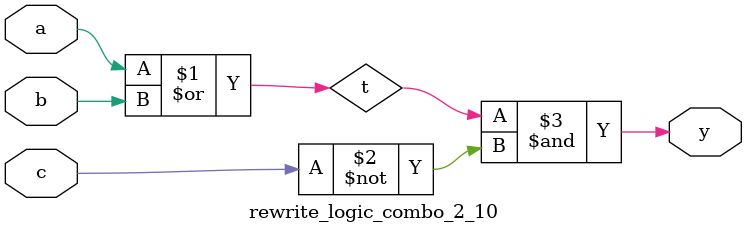
<source format=sv>
module rewrite_logic_combo_2_10(input logic a,b,c, output logic y);
  logic t;
  assign t = a | b;
  assign y = t & ~c;
endmodule

</source>
